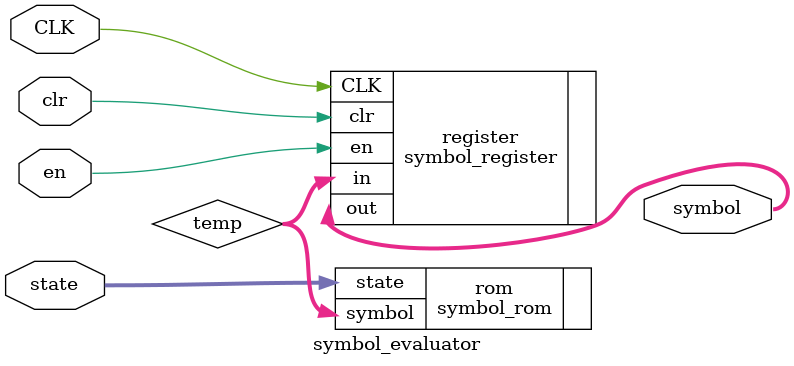
<source format=v>
`timescale 1ns / 1ps


module symbol_evaluator(
    input CLK,
    input clr,
    input en,
    input [3:0] state,
    output [7:0] symbol
    );
    
    wire [7:0] temp;
    
    symbol_rom rom(
        .state(state),
        .symbol(temp)
    );
    
    //First symbol must be evaluated beforehand.
    symbol_register #(.B(8'b00110000)) register(
        .CLK(CLK),
        .clr(clr),
        .en(en),
        .in(temp),
        .out(symbol)
    );
    
endmodule

</source>
